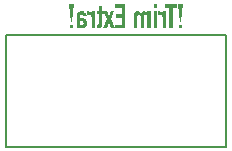
<source format=gbr>
%TF.GenerationSoftware,KiCad,Pcbnew,9.0.0*%
%TF.CreationDate,2025-04-15T08:35:35-04:00*%
%TF.ProjectId,Keypad,4b657970-6164-42e6-9b69-6361645f7063,1.0*%
%TF.SameCoordinates,Original*%
%TF.FileFunction,Legend,Bot*%
%TF.FilePolarity,Positive*%
%FSLAX46Y46*%
G04 Gerber Fmt 4.6, Leading zero omitted, Abs format (unit mm)*
G04 Created by KiCad (PCBNEW 9.0.0) date 2025-04-15 08:35:35*
%MOMM*%
%LPD*%
G01*
G04 APERTURE LIST*
%ADD10C,0.150000*%
%ADD11C,0.152000*%
G04 APERTURE END LIST*
D10*
X51350000Y-111860000D02*
X69960000Y-111860000D01*
X69960000Y-121260000D01*
X51350000Y-121260000D01*
X51350000Y-111860000D01*
D11*
G36*
X66161904Y-110719790D02*
G01*
X66271324Y-109219162D01*
X65912287Y-109219162D01*
X66021708Y-110719790D01*
X66161904Y-110719790D01*
G37*
G36*
X66234688Y-111220000D02*
G01*
X66234688Y-110934235D01*
X65948924Y-110934235D01*
X65948924Y-111220000D01*
X66234688Y-111220000D01*
G37*
G36*
X65410613Y-111220000D02*
G01*
X65410613Y-109504926D01*
X65750110Y-109504926D01*
X65750110Y-109219162D01*
X64812218Y-109219162D01*
X64812218Y-109504926D01*
X65124848Y-109504926D01*
X65124848Y-111220000D01*
X65410613Y-111220000D01*
G37*
G36*
X64868882Y-111220000D02*
G01*
X64868882Y-109813161D01*
X64583118Y-109813161D01*
X64583118Y-109965080D01*
X64503727Y-109899213D01*
X64420700Y-109845281D01*
X64415567Y-109842470D01*
X64323488Y-109808764D01*
X64219861Y-109797573D01*
X64212357Y-109797529D01*
X64212357Y-110099902D01*
X64297354Y-110083293D01*
X64392120Y-110098436D01*
X64478788Y-110144862D01*
X64483955Y-110149239D01*
X64546668Y-110225888D01*
X64555763Y-110243517D01*
X64580954Y-110341462D01*
X64583118Y-110387620D01*
X64583118Y-111220000D01*
X64868882Y-111220000D01*
G37*
G36*
X64091213Y-111220000D02*
G01*
X64091213Y-109813161D01*
X63805449Y-109813161D01*
X63805449Y-111220000D01*
X64091213Y-111220000D01*
G37*
G36*
X64091213Y-109504926D02*
G01*
X64091213Y-109219162D01*
X63805449Y-109219162D01*
X63805449Y-109504926D01*
X64091213Y-109504926D01*
G37*
G36*
X63571464Y-111220000D02*
G01*
X63571464Y-109813161D01*
X63285700Y-109813161D01*
X63285700Y-109950914D01*
X63279838Y-109950914D01*
X63213921Y-109873386D01*
X63173348Y-109841004D01*
X63081833Y-109803643D01*
X63014102Y-109797529D01*
X62916304Y-109813373D01*
X62861694Y-109842470D01*
X62788357Y-109907517D01*
X62762043Y-109939678D01*
X62688172Y-109870325D01*
X62645784Y-109839539D01*
X62552636Y-109804462D01*
X62468463Y-109797529D01*
X62370435Y-109812373D01*
X62360019Y-109815603D01*
X62274393Y-109862795D01*
X62260368Y-109875198D01*
X62201049Y-109954685D01*
X62188073Y-109982177D01*
X62163519Y-110080070D01*
X62160229Y-110141423D01*
X62160229Y-111220000D01*
X62445993Y-111220000D01*
X62445993Y-110248890D01*
X62466051Y-110151803D01*
X62481652Y-110127745D01*
X62571159Y-110083684D01*
X62583257Y-110083293D01*
X62677556Y-110113704D01*
X62693167Y-110133119D01*
X62720607Y-110227257D01*
X62722964Y-110276734D01*
X62722964Y-111220000D01*
X63008728Y-111220000D01*
X63008728Y-110248890D01*
X63028787Y-110151803D01*
X63044388Y-110127745D01*
X63133493Y-110083684D01*
X63145504Y-110083293D01*
X63239803Y-110113704D01*
X63255414Y-110133119D01*
X63283304Y-110227257D01*
X63285700Y-110276734D01*
X63285700Y-111220000D01*
X63571464Y-111220000D01*
G37*
G36*
X61394772Y-111220000D02*
G01*
X61394772Y-109219162D01*
X60550668Y-109219162D01*
X60550668Y-109504926D01*
X61109008Y-109504926D01*
X61109008Y-110058869D01*
X60613195Y-110058869D01*
X60613195Y-110344633D01*
X61109008Y-110344633D01*
X61109008Y-110934235D01*
X60550668Y-110934235D01*
X60550668Y-111220000D01*
X61394772Y-111220000D01*
G37*
G36*
X60515009Y-111220000D02*
G01*
X60165253Y-110501437D01*
X60498400Y-109813161D01*
X60196028Y-109813161D01*
X60019196Y-110212742D01*
X59842853Y-109813161D01*
X59540480Y-109813161D01*
X59879489Y-110501437D01*
X59523872Y-111220000D01*
X59826244Y-111220000D01*
X60019196Y-110790132D01*
X60212636Y-111220000D01*
X60515009Y-111220000D01*
G37*
G36*
X59435456Y-109813161D02*
G01*
X59435456Y-109359846D01*
X59149691Y-109359846D01*
X59149691Y-109813161D01*
X58993376Y-109813161D01*
X58993376Y-110032002D01*
X59149691Y-110032002D01*
X59149691Y-110797948D01*
X59140899Y-110874640D01*
X59112567Y-110915184D01*
X59064206Y-110931793D01*
X58993376Y-110934235D01*
X58993376Y-111220000D01*
X59106216Y-111220000D01*
X59206742Y-111209322D01*
X59263020Y-111189713D01*
X59345512Y-111131491D01*
X59363160Y-111111556D01*
X59412374Y-111022903D01*
X59418359Y-111004577D01*
X59435038Y-110906316D01*
X59435456Y-110888806D01*
X59435456Y-110032002D01*
X59587375Y-110032002D01*
X59587375Y-109813161D01*
X59435456Y-109813161D01*
G37*
G36*
X58860508Y-111220000D02*
G01*
X58860508Y-109813161D01*
X58574744Y-109813161D01*
X58574744Y-109965080D01*
X58495353Y-109899213D01*
X58412326Y-109845281D01*
X58407193Y-109842470D01*
X58315114Y-109808764D01*
X58211487Y-109797573D01*
X58203983Y-109797529D01*
X58203983Y-110099902D01*
X58288980Y-110083293D01*
X58383746Y-110098436D01*
X58470414Y-110144862D01*
X58475581Y-110149239D01*
X58538294Y-110225888D01*
X58547389Y-110243517D01*
X58572580Y-110341462D01*
X58574744Y-110387620D01*
X58574744Y-111220000D01*
X58860508Y-111220000D01*
G37*
G36*
X57802494Y-109803607D02*
G01*
X57897703Y-109829281D01*
X57953894Y-109856323D01*
X58033502Y-109915743D01*
X58054628Y-109938077D01*
X58110040Y-110021577D01*
X58142364Y-110119007D01*
X58151715Y-110218604D01*
X57880117Y-110218604D01*
X57874903Y-110198630D01*
X57819545Y-110117976D01*
X57810754Y-110111778D01*
X57716474Y-110083293D01*
X57692363Y-110084402D01*
X57604611Y-110128722D01*
X57593987Y-110146434D01*
X57573348Y-110243028D01*
X57573348Y-110384200D01*
X57615358Y-110375896D01*
X57649063Y-110375896D01*
X57679838Y-110375896D01*
X57711101Y-110375896D01*
X57735872Y-110376154D01*
X57833589Y-110383224D01*
X57932385Y-110405205D01*
X57992583Y-110431378D01*
X58070627Y-110493621D01*
X58110524Y-110553180D01*
X58143411Y-110646517D01*
X58145777Y-110657989D01*
X58159210Y-110758007D01*
X58162950Y-110857543D01*
X58157340Y-110952231D01*
X58133641Y-111049518D01*
X58117613Y-111084445D01*
X58055972Y-111162847D01*
X58043943Y-111172929D01*
X57956321Y-111220000D01*
X57953086Y-111220961D01*
X57853739Y-111235631D01*
X57787968Y-111230725D01*
X57692539Y-111194110D01*
X57642383Y-111150860D01*
X57578721Y-111074919D01*
X57573348Y-111074919D01*
X57573348Y-111220000D01*
X57287584Y-111220000D01*
X57287584Y-110603531D01*
X57573348Y-110603531D01*
X57573348Y-110800390D01*
X57576594Y-110846956D01*
X57614381Y-110937166D01*
X57633685Y-110956010D01*
X57728198Y-110985526D01*
X57753494Y-110983723D01*
X57838107Y-110934235D01*
X57858715Y-110898868D01*
X57877186Y-110799902D01*
X57867913Y-110722576D01*
X57811241Y-110639190D01*
X57753145Y-110610409D01*
X57651994Y-110594738D01*
X57573348Y-110603531D01*
X57287584Y-110603531D01*
X57287584Y-110241563D01*
X57295097Y-110143374D01*
X57321778Y-110047145D01*
X57350286Y-109988710D01*
X57412148Y-109908415D01*
X57459294Y-109870863D01*
X57550389Y-109825373D01*
X57621783Y-109806339D01*
X57719894Y-109797529D01*
X57802494Y-109803607D01*
G37*
G36*
X56929524Y-110719790D02*
G01*
X57038945Y-109219162D01*
X56679908Y-109219162D01*
X56789329Y-110719790D01*
X56929524Y-110719790D01*
G37*
G36*
X57002308Y-111220000D02*
G01*
X57002308Y-110934235D01*
X56716544Y-110934235D01*
X56716544Y-111220000D01*
X57002308Y-111220000D01*
G37*
M02*

</source>
